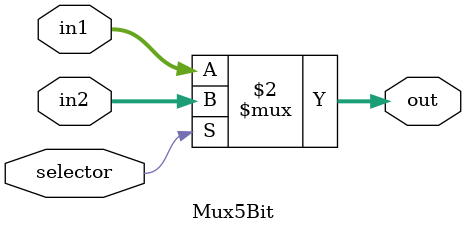
<source format=v>
`timescale 1ns / 1ps
module Mux5Bit(
				input [4:0]in1, 
				input [4:0]in2,
				input selector,
				output reg [4:0]out
    );
reg [4:0]auxOutMux;
always @(*)
	begin		
		out = selector? in2 : in1;
	end
endmodule

</source>
